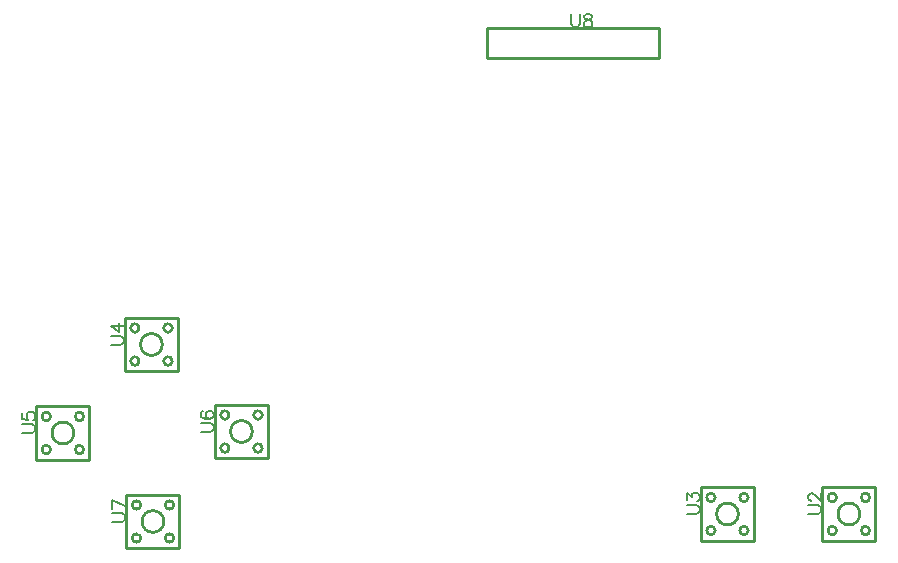
<source format=gto>
G04 Layer: TopSilkLayer*
G04 EasyEDA v6.3.22, 2020-01-15T10:35:35+08:00*
G04 b15c4467bd8642d682841cabbe2267cb,0c247ba4ff554f47bef9fd8dabc8c001,10*
G04 Gerber Generator version 0.2*
G04 Scale: 100 percent, Rotated: No, Reflected: No *
G04 Dimensions in millimeters *
G04 leading zeros omitted , absolute positions ,3 integer and 3 decimal *
%FSLAX33Y33*%
%MOMM*%
G90*
G71D02*

%ADD10C,0.254000*%
%ADD16C,0.152400*%

%LPD*%
G54D10*
G01X74584Y4311D02*
G01X74584Y8811D01*
G01X79084Y8811D01*
G01X79084Y4311D01*
G01X74584Y4311D01*
G01X64297Y4311D02*
G01X64297Y8811D01*
G01X68797Y8811D01*
G01X68797Y4311D01*
G01X64297Y4311D01*
G01X15529Y18662D02*
G01X15529Y23162D01*
G01X20029Y23162D01*
G01X20029Y18662D01*
G01X15529Y18662D01*
G01X8036Y11169D02*
G01X8036Y15669D01*
G01X12536Y15669D01*
G01X12536Y11169D01*
G01X8036Y11169D01*
G01X23149Y11296D02*
G01X23149Y15796D01*
G01X27649Y15796D01*
G01X27649Y11296D01*
G01X23149Y11296D01*
G01X15656Y3676D02*
G01X15656Y8176D01*
G01X20156Y8176D01*
G01X20156Y3676D01*
G01X15656Y3676D01*
G01X46167Y45190D02*
G01X60766Y45190D01*
G01X60766Y47689D02*
G01X46167Y47689D01*
G01X46167Y45189D02*
G01X46167Y47689D01*
G01X60766Y47689D02*
G01X60766Y45190D01*
G54D16*
G01X73395Y6561D02*
G01X74175Y6561D01*
G01X74330Y6612D01*
G01X74434Y6716D01*
G01X74485Y6874D01*
G01X74485Y6978D01*
G01X74434Y7133D01*
G01X74330Y7237D01*
G01X74175Y7288D01*
G01X73395Y7288D01*
G01X73654Y7684D02*
G01X73604Y7684D01*
G01X73499Y7735D01*
G01X73446Y7788D01*
G01X73395Y7892D01*
G01X73395Y8098D01*
G01X73446Y8202D01*
G01X73499Y8256D01*
G01X73604Y8306D01*
G01X73708Y8306D01*
G01X73809Y8256D01*
G01X73967Y8152D01*
G01X74485Y7631D01*
G01X74485Y8360D01*
G01X63108Y6561D02*
G01X63888Y6561D01*
G01X64043Y6612D01*
G01X64147Y6716D01*
G01X64198Y6874D01*
G01X64198Y6978D01*
G01X64147Y7133D01*
G01X64043Y7237D01*
G01X63888Y7288D01*
G01X63108Y7288D01*
G01X63108Y7735D02*
G01X63108Y8306D01*
G01X63522Y7997D01*
G01X63522Y8152D01*
G01X63576Y8256D01*
G01X63627Y8306D01*
G01X63784Y8360D01*
G01X63888Y8360D01*
G01X64043Y8306D01*
G01X64147Y8202D01*
G01X64198Y8047D01*
G01X64198Y7892D01*
G01X64147Y7735D01*
G01X64094Y7684D01*
G01X63992Y7631D01*
G01X14340Y20912D02*
G01X15120Y20912D01*
G01X15275Y20963D01*
G01X15379Y21067D01*
G01X15430Y21225D01*
G01X15430Y21329D01*
G01X15379Y21484D01*
G01X15275Y21588D01*
G01X15120Y21639D01*
G01X14340Y21639D01*
G01X14340Y22503D02*
G01X15067Y21982D01*
G01X15067Y22762D01*
G01X14340Y22503D02*
G01X15430Y22503D01*
G01X6847Y13419D02*
G01X7627Y13419D01*
G01X7782Y13470D01*
G01X7886Y13574D01*
G01X7937Y13732D01*
G01X7937Y13836D01*
G01X7886Y13991D01*
G01X7782Y14095D01*
G01X7627Y14146D01*
G01X6847Y14146D01*
G01X6847Y15114D02*
G01X6847Y14593D01*
G01X7315Y14542D01*
G01X7261Y14593D01*
G01X7211Y14750D01*
G01X7211Y14905D01*
G01X7261Y15060D01*
G01X7366Y15164D01*
G01X7523Y15218D01*
G01X7627Y15218D01*
G01X7782Y15164D01*
G01X7886Y15060D01*
G01X7937Y14905D01*
G01X7937Y14750D01*
G01X7886Y14593D01*
G01X7833Y14542D01*
G01X7731Y14489D01*
G01X21960Y13546D02*
G01X22740Y13546D01*
G01X22895Y13597D01*
G01X22999Y13701D01*
G01X23050Y13859D01*
G01X23050Y13963D01*
G01X22999Y14118D01*
G01X22895Y14222D01*
G01X22740Y14273D01*
G01X21960Y14273D01*
G01X22115Y15241D02*
G01X22011Y15187D01*
G01X21960Y15032D01*
G01X21960Y14928D01*
G01X22011Y14773D01*
G01X22169Y14669D01*
G01X22428Y14616D01*
G01X22687Y14616D01*
G01X22895Y14669D01*
G01X22999Y14773D01*
G01X23050Y14928D01*
G01X23050Y14982D01*
G01X22999Y15137D01*
G01X22895Y15241D01*
G01X22740Y15291D01*
G01X22687Y15291D01*
G01X22532Y15241D01*
G01X22428Y15137D01*
G01X22374Y14982D01*
G01X22374Y14928D01*
G01X22428Y14773D01*
G01X22532Y14669D01*
G01X22687Y14616D01*
G01X14467Y5926D02*
G01X15247Y5926D01*
G01X15402Y5977D01*
G01X15506Y6081D01*
G01X15557Y6239D01*
G01X15557Y6343D01*
G01X15506Y6498D01*
G01X15402Y6602D01*
G01X15247Y6653D01*
G01X14467Y6653D01*
G01X14467Y7725D02*
G01X15557Y7204D01*
G01X14467Y6996D02*
G01X14467Y7725D01*
G01X53322Y48863D02*
G01X53322Y48083D01*
G01X53375Y47928D01*
G01X53479Y47824D01*
G01X53634Y47773D01*
G01X53738Y47773D01*
G01X53893Y47824D01*
G01X53997Y47928D01*
G01X54051Y48083D01*
G01X54051Y48863D01*
G01X54653Y48863D02*
G01X54498Y48812D01*
G01X54444Y48708D01*
G01X54444Y48604D01*
G01X54498Y48499D01*
G01X54599Y48446D01*
G01X54808Y48395D01*
G01X54965Y48344D01*
G01X55069Y48240D01*
G01X55120Y48136D01*
G01X55120Y47979D01*
G01X55069Y47875D01*
G01X55016Y47824D01*
G01X54861Y47773D01*
G01X54653Y47773D01*
G01X54498Y47824D01*
G01X54444Y47875D01*
G01X54394Y47979D01*
G01X54394Y48136D01*
G01X54444Y48240D01*
G01X54549Y48344D01*
G01X54703Y48395D01*
G01X54912Y48446D01*
G01X55016Y48499D01*
G01X55069Y48604D01*
G01X55069Y48708D01*
G01X55016Y48812D01*
G01X54861Y48863D01*
G01X54653Y48863D01*
G54D10*
G75*
G01X77757Y6562D02*
G03X77757Y6562I-922J0D01*
G01*
G75*
G01X75796Y7962D02*
G03X75796Y7962I-361J0D01*
G01*
G75*
G01X75796Y5162D02*
G03X75796Y5162I-361J0D01*
G01*
G75*
G01X78596Y5162D02*
G03X78596Y5162I-361J0D01*
G01*
G75*
G01X78596Y7962D02*
G03X78596Y7962I-361J0D01*
G01*
G75*
G01X67470Y6562D02*
G03X67470Y6562I-922J0D01*
G01*
G75*
G01X65509Y7962D02*
G03X65509Y7962I-361J0D01*
G01*
G75*
G01X65509Y5162D02*
G03X65509Y5162I-361J0D01*
G01*
G75*
G01X68309Y5162D02*
G03X68309Y5162I-361J0D01*
G01*
G75*
G01X68309Y7962D02*
G03X68309Y7962I-361J0D01*
G01*
G75*
G01X18702Y20913D02*
G03X18702Y20913I-922J0D01*
G01*
G75*
G01X16741Y22313D02*
G03X16741Y22313I-361J0D01*
G01*
G75*
G01X16741Y19513D02*
G03X16741Y19513I-361J0D01*
G01*
G75*
G01X19541Y19513D02*
G03X19541Y19513I-361J0D01*
G01*
G75*
G01X19541Y22313D02*
G03X19541Y22313I-361J0D01*
G01*
G75*
G01X11209Y13420D02*
G03X11209Y13420I-922J0D01*
G01*
G75*
G01X9248Y14820D02*
G03X9248Y14820I-361J0D01*
G01*
G75*
G01X9248Y12020D02*
G03X9248Y12020I-361J0D01*
G01*
G75*
G01X12048Y12020D02*
G03X12048Y12020I-361J0D01*
G01*
G75*
G01X12048Y14820D02*
G03X12048Y14820I-361J0D01*
G01*
G75*
G01X26322Y13547D02*
G03X26322Y13547I-922J0D01*
G01*
G75*
G01X24361Y14947D02*
G03X24361Y14947I-361J0D01*
G01*
G75*
G01X24361Y12147D02*
G03X24361Y12147I-361J0D01*
G01*
G75*
G01X27161Y12147D02*
G03X27161Y12147I-361J0D01*
G01*
G75*
G01X27161Y14947D02*
G03X27161Y14947I-361J0D01*
G01*
G75*
G01X18829Y5927D02*
G03X18829Y5927I-922J0D01*
G01*
G75*
G01X16868Y7327D02*
G03X16868Y7327I-361J0D01*
G01*
G75*
G01X16868Y4527D02*
G03X16868Y4527I-361J0D01*
G01*
G75*
G01X19668Y4527D02*
G03X19668Y4527I-361J0D01*
G01*
G75*
G01X19668Y7327D02*
G03X19668Y7327I-361J0D01*
G01*
M00*
M02*

</source>
